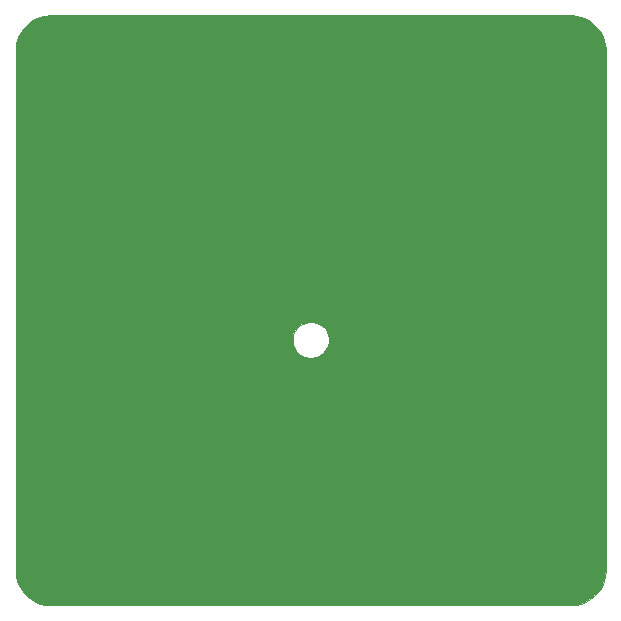
<source format=gtl>
G04 (created by PCBNEW (2013-jul-07)-stable) date Sun 14 Sep 2014 12:52:21 PM EDT*
%MOIN*%
G04 Gerber Fmt 3.4, Leading zero omitted, Abs format*
%FSLAX34Y34*%
G01*
G70*
G90*
G04 APERTURE LIST*
%ADD10C,0.00590551*%
%ADD11R,0.019685X0.019685*%
%ADD12C,0.035*%
%ADD13C,0.01*%
%ADD14C,0.0019685*%
G04 APERTURE END LIST*
G54D10*
G54D11*
X118110Y-68700D03*
G54D12*
X118110Y-59251D03*
X127362Y-59645D03*
X127755Y-68897D03*
X127362Y-78149D03*
X118110Y-78543D03*
X108858Y-78149D03*
X108464Y-68897D03*
X108858Y-59645D03*
X117618Y-68799D03*
X117027Y-69389D03*
X117027Y-70374D03*
X117618Y-70964D03*
X118602Y-70964D03*
X119192Y-70374D03*
X119192Y-69389D03*
X118602Y-68799D03*
G54D13*
X118110Y-59251D02*
X118503Y-59645D01*
X118503Y-59645D02*
X127362Y-59645D01*
X127755Y-68897D02*
X127362Y-69291D01*
X127362Y-69291D02*
X127362Y-78149D01*
X118110Y-78543D02*
X117716Y-78149D01*
X117716Y-78149D02*
X108858Y-78149D01*
X108464Y-68897D02*
X108858Y-68503D01*
X108858Y-68503D02*
X108858Y-59645D01*
X118110Y-68700D02*
X118503Y-68700D01*
X117716Y-68700D02*
X118110Y-68700D01*
X117618Y-68799D02*
X117716Y-68700D01*
X117027Y-70374D02*
X117027Y-69389D01*
X118602Y-70964D02*
X117618Y-70964D01*
X119192Y-69389D02*
X119192Y-70374D01*
X118503Y-68700D02*
X118602Y-68799D01*
G54D10*
G36*
X127942Y-77558D02*
X127920Y-77787D01*
X127853Y-78007D01*
X127745Y-78209D01*
X127599Y-78387D01*
X127422Y-78532D01*
X127219Y-78641D01*
X127000Y-78707D01*
X126771Y-78730D01*
X118710Y-78730D01*
X118710Y-69823D01*
X118687Y-69707D01*
X118642Y-69598D01*
X118577Y-69500D01*
X118494Y-69417D01*
X118397Y-69351D01*
X118288Y-69305D01*
X118173Y-69281D01*
X118055Y-69281D01*
X117939Y-69303D01*
X117830Y-69347D01*
X117732Y-69411D01*
X117648Y-69494D01*
X117581Y-69591D01*
X117535Y-69699D01*
X117510Y-69814D01*
X117509Y-69932D01*
X117530Y-70048D01*
X117573Y-70157D01*
X117637Y-70256D01*
X117719Y-70341D01*
X117815Y-70408D01*
X117923Y-70455D01*
X118038Y-70480D01*
X118156Y-70483D01*
X118272Y-70462D01*
X118382Y-70420D01*
X118481Y-70357D01*
X118566Y-70276D01*
X118634Y-70179D01*
X118682Y-70072D01*
X118708Y-69957D01*
X118710Y-69823D01*
X118710Y-78730D01*
X109449Y-78730D01*
X109220Y-78707D01*
X109000Y-78641D01*
X108798Y-78532D01*
X108620Y-78387D01*
X108474Y-78209D01*
X108366Y-78007D01*
X108300Y-77787D01*
X108277Y-77558D01*
X108277Y-60236D01*
X108300Y-60007D01*
X108366Y-59788D01*
X108474Y-59585D01*
X108620Y-59408D01*
X108798Y-59262D01*
X109000Y-59154D01*
X109220Y-59087D01*
X109449Y-59064D01*
X126771Y-59064D01*
X127000Y-59087D01*
X127219Y-59154D01*
X127422Y-59262D01*
X127599Y-59408D01*
X127745Y-59585D01*
X127853Y-59788D01*
X127920Y-60007D01*
X127942Y-60236D01*
X127942Y-77558D01*
X127942Y-77558D01*
G37*
G54D14*
X127942Y-77558D02*
X127920Y-77787D01*
X127853Y-78007D01*
X127745Y-78209D01*
X127599Y-78387D01*
X127422Y-78532D01*
X127219Y-78641D01*
X127000Y-78707D01*
X126771Y-78730D01*
X118710Y-78730D01*
X118710Y-69823D01*
X118687Y-69707D01*
X118642Y-69598D01*
X118577Y-69500D01*
X118494Y-69417D01*
X118397Y-69351D01*
X118288Y-69305D01*
X118173Y-69281D01*
X118055Y-69281D01*
X117939Y-69303D01*
X117830Y-69347D01*
X117732Y-69411D01*
X117648Y-69494D01*
X117581Y-69591D01*
X117535Y-69699D01*
X117510Y-69814D01*
X117509Y-69932D01*
X117530Y-70048D01*
X117573Y-70157D01*
X117637Y-70256D01*
X117719Y-70341D01*
X117815Y-70408D01*
X117923Y-70455D01*
X118038Y-70480D01*
X118156Y-70483D01*
X118272Y-70462D01*
X118382Y-70420D01*
X118481Y-70357D01*
X118566Y-70276D01*
X118634Y-70179D01*
X118682Y-70072D01*
X118708Y-69957D01*
X118710Y-69823D01*
X118710Y-78730D01*
X109449Y-78730D01*
X109220Y-78707D01*
X109000Y-78641D01*
X108798Y-78532D01*
X108620Y-78387D01*
X108474Y-78209D01*
X108366Y-78007D01*
X108300Y-77787D01*
X108277Y-77558D01*
X108277Y-60236D01*
X108300Y-60007D01*
X108366Y-59788D01*
X108474Y-59585D01*
X108620Y-59408D01*
X108798Y-59262D01*
X109000Y-59154D01*
X109220Y-59087D01*
X109449Y-59064D01*
X126771Y-59064D01*
X127000Y-59087D01*
X127219Y-59154D01*
X127422Y-59262D01*
X127599Y-59408D01*
X127745Y-59585D01*
X127853Y-59788D01*
X127920Y-60007D01*
X127942Y-60236D01*
X127942Y-77558D01*
M02*

</source>
